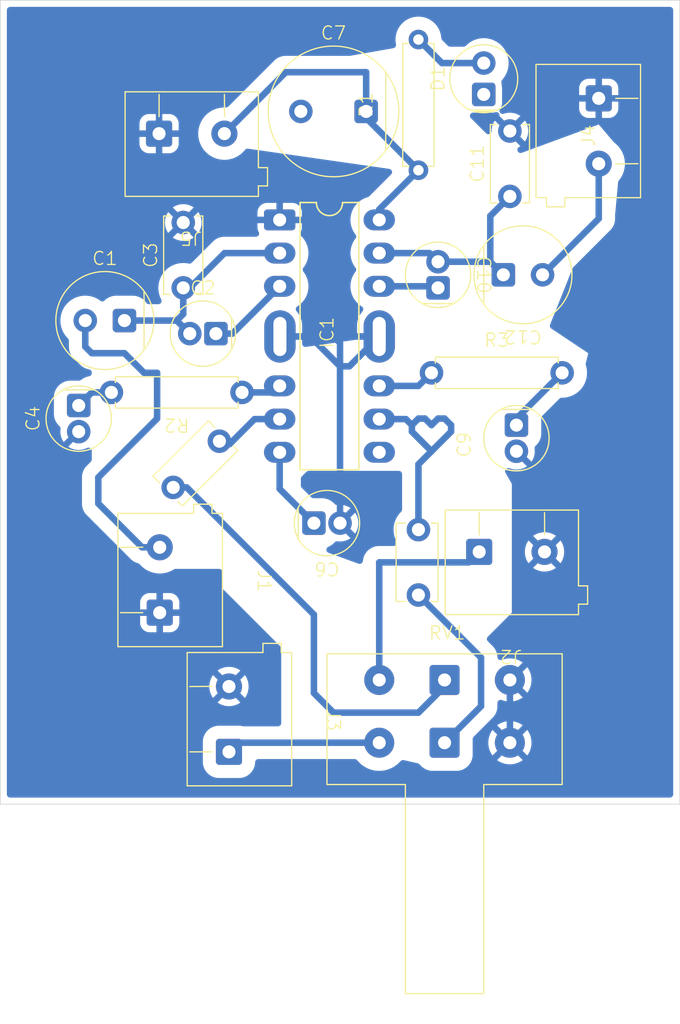
<source format=kicad_pcb>
(kicad_pcb (version 20241229) (generator "pcbnew") (generator_version "9.0")
  (layers (0 "F.Cu" signal) (2 "B.Cu" signal) (13 "F.Paste" user) (15 "B.Paste" user) (5 "F.SilkS" user "F.Silkscreen") (7 "B.SilkS" user "B.Silkscreen") (1 "F.Mask" user) (3 "B.Mask" user) (25 "Edge.Cuts" user))
  (net 0 "")
  (net 1 "Net-(J1-Pin_1)")
  (net 2 "Net-(IC1-2{slash}OUT2)")
  (net 3 "Net-(IC1-3{slash}BS2)")
  (net 4 "GNDREF")
  (net 5 "Net-(C4-Pad1)")
  (net 6 "Net-(C5-Pad1)")
  (net 7 "Net-(IC1-5{slash}IN2)")
  (net 8 "Net-(IC1-6{slash}DC)")
  (net 9 "Net-(IC1-12{slash}VCC)")
  (net 10 "Net-(IC1-8{slash}IN1)")
  (net 11 "Net-(C8-Pad1)")
  (net 12 "Net-(C9-Pad1)")
  (net 13 "Net-(IC1-11{slash}OUT1)")
  (net 14 "Net-(IC1-10{slash}BS1)")
  (net 15 "Net-(J4-Pin_1)")
  (net 16 "Net-(D1-Pad2)")
  (net 17 "Net-(IC1-4{slash}NF2)")
  (net 18 "Net-(IC1-9{slash}NF1)")
  (net 19 "Net-(J2-Pin_2)")
  (net 20 "Net-(J3-Pin_2)")
  (footprint "aavirk:Resistor_220_1_4W" (layer "F.Cu") (at 179.5 65.5 90)
    (property "Reference" "R1" (at 0 -4 90) (layer "F.SilkS") (effects (font (thickness 0.1))))
    (property "Value" "560Ω")
    (fp_line (start 4.7 -1.2) (end 4.699162 -0.746723) (stroke (width 0.1)) (layer "F.SilkS"))
    (fp_line (start -4.7 -1.2) (end 4.7 -1.2) (stroke (width 0.1)) (layer "F.SilkS"))
    (fp_line (start -4.7 -1.2) (end -4.700648 -0.74402) (stroke (width 0.1)) (layer "F.SilkS"))
    (fp_line (start 4.7 1.2) (end 4.696381 0.757502) (stroke (width 0.1)) (layer "F.SilkS"))
    (fp_line (start 4.7 1.2) (end -4.7 1.2) (stroke (width 0.1)) (layer "F.SilkS"))
    (fp_line (start -4.7 1.2) (end -4.700648 0.759221) (stroke (width 0.1)) (layer "F.SilkS"))
    (pad "1" thru_hole circle (at -5 0 270) (size 1.5 1.5) (drill 0.8) (layers "*.Cu" "*.Mask") (net 9 "Net-(IC1-12{slash}VCC)"))
    (pad "2" thru_hole circle (at 5 0 270) (size 1.5 1.5) (drill 0.8) (layers "*.Cu" "*.Mask") (net 16 "Net-(D1-Pad2)"))
  )
  (footprint "aavirk:Capacitor_Poliesterp" (layer "F.Cu") (at 161.5 77 90)
    (property "Reference" "C3" (at 0 -2.5 90) (layer "F.SilkS") (effects (font (thickness 0.1))))
    (property "Value" "150nF")
    (fp_line (start 3 -1.5) (end 3 -1) (stroke (width 0.1)) (layer "F.SilkS"))
    (fp_line (start -3 -1.5) (end 3 -1.5) (stroke (width 0.1)) (layer "F.SilkS"))
    (fp_line (start -3 -1.5) (end -3 -1) (stroke (width 0.1)) (layer "F.SilkS"))
    (fp_line (start 3 1.5) (end 3 1) (stroke (width 0.1)) (layer "F.SilkS"))
    (fp_line (start 3 1.5) (end -3 1.5) (stroke (width 0.1)) (layer "F.SilkS"))
    (fp_line (start -3 1.5) (end -3 1) (stroke (width 0.1)) (layer "F.SilkS"))
    (pad "1" thru_hole circle (at -2.5 0 270) (size 1.8 1.8) (drill 1) (layers "*.Cu" "*.Mask") (net 2 "Net-(IC1-2{slash}OUT2)"))
    (pad "2" thru_hole circle (at 2.5 0 270) (size 1.8 1.8) (drill 1) (layers "*.Cu" "*.Mask") (net 4 "GNDREF"))
  )
  (footprint "aavirk:Led_5mm" (layer "F.Cu") (at 184.5 63.5 90)
    (property "Reference" "D1" (at 0 -3.5 90) (layer "F.SilkS") (effects (font (thickness 0.1))))
    (property "Value" "LED_5mm")
    (fp_line (start -2.4 -0.8) (end -2.5 -0.6) (stroke (width 0.1)) (layer "F.SilkS"))
    (fp_line (start -2.5 -0.6) (end -2.5 0.6) (stroke (width 0.15)) (layer "F.SilkS"))
    (fp_line (start -2.4 0.8) (end -2.5 0.6) (stroke (width 0.1)) (layer "F.SilkS"))
    (fp_line (start -2.4 1) (end -2.4 -1) (stroke (width 0.1)) (layer "F.SilkS"))
    (fp_circle (center 0 0) (end 2.6 0) (stroke (width 0.1)) (fill no) (layer "F.SilkS"))
    (pad "1" thru_hole roundrect (at -1.2 0 270) (size 1.8 1.8) (drill 1) (layers "*.Cu" "*.Mask") (roundrect_rratio 0.15) (net 4 "GNDREF"))
    (pad "2" thru_hole circle (at 1.2 0 270) (size 1.8 1.8) (drill 1) (layers "*.Cu" "*.Mask") (net 16 "Net-(D1-Pad2)"))
  )
  (footprint "aavirk:Conector KRE" (layer "F.Cu") (at 165 112.5 -90)
    (property "Reference" "J3" (at 0.06 -8 270) (layer "F.SilkS") (effects (font (thickness 0.1))))
    (property "Value" "Conn_01x02")
    (fp_line (start -5.1 3.2) (end -5.1 -2.6) (stroke (width 0.1)) (layer "F.SilkS"))
    (fp_line (start 5.1 3.2) (end -5.1 3.2) (stroke (width 0.1)) (layer "F.SilkS"))
    (fp_line (start 2.499858 1.3) (end 2.5 3) (stroke (width 0.1)) (layer "F.SilkS"))
    (fp_line (start -2.511889 1.293843) (end -2.5 3) (stroke (width 0.1)) (layer "F.SilkS"))
    (fp_line (start -5.8 -2.6) (end -5.8 -4) (stroke (width 0.1)) (layer "F.SilkS"))
    (fp_line (start -5.1 -2.6) (end -5.8 -2.6) (stroke (width 0.1)) (layer "F.SilkS"))
    (fp_line (start -5.8 -4) (end -5.1 -4) (stroke (width 0.1)) (layer "F.SilkS"))
    (fp_line (start -5.1 -4) (end -5.1 -4.8) (stroke (width 0.1)) (layer "F.SilkS"))
    (fp_line (start -5.1 -4.8) (end 5.1 -4.8) (stroke (width 0.1)) (layer "F.SilkS"))
    (fp_line (start 5.1 -4.8) (end 5.1 3.2) (stroke (width 0.1)) (layer "F.SilkS"))
    (pad "1" thru_hole circle (at -2.5 0 90) (size 2 2) (drill 1) (layers "*.Cu" "*.Mask") (net 4 "GNDREF"))
    (pad "2" thru_hole roundrect (at 2.5 0 90) (size 2 2) (drill 1) (layers "*.Cu" "*.Mask") (roundrect_rratio 0.125) (net 20 "Net-(J3-Pin_2)"))
  )
  (footprint "aavirk:Conector KRE" (layer "F.Cu") (at 193.3 67.5 90)
    (property "Reference" "J4" (at -0.35 -0.8 90) (layer "F.SilkS") (effects (font (thickness 0.1))))
    (property "Value" "Conn_01x02")
    (fp_line (start 5.1 -4.8) (end 5.1 3.2) (stroke (width 0.1)) (layer "F.SilkS"))
    (fp_line (start -5.1 -4.8) (end 5.1 -4.8) (stroke (width 0.1)) (layer "F.SilkS"))
    (fp_line (start -5.1 -4) (end -5.1 -4.8) (stroke (width 0.1)) (layer "F.SilkS"))
    (fp_line (start -5.8 -4) (end -5.1 -4) (stroke (width 0.1)) (layer "F.SilkS"))
    (fp_line (start -5.1 -2.6) (end -5.8 -2.6) (stroke (width 0.1)) (layer "F.SilkS"))
    (fp_line (start -5.8 -2.6) (end -5.8 -4) (stroke (width 0.1)) (layer "F.SilkS"))
    (fp_line (start -2.511889 1.293843) (end -2.5 3) (stroke (width 0.1)) (layer "F.SilkS"))
    (fp_line (start 2.499858 1.3) (end 2.5 3) (stroke (width 0.1)) (layer "F.SilkS"))
    (fp_line (start 5.1 3.2) (end -5.1 3.2) (stroke (width 0.1)) (layer "F.SilkS"))
    (fp_line (start -5.1 3.2) (end -5.1 -2.6) (stroke (width 0.1)) (layer "F.SilkS"))
    (pad "1" thru_hole circle (at -2.5 0 270) (size 2 2) (drill 1) (layers "*.Cu" "*.Mask") (net 15 "Net-(J4-Pin_1)"))
    (pad "2" thru_hole roundrect (at 2.5 0 270) (size 2 2) (drill 1) (layers "*.Cu" "*.Mask") (roundrect_rratio 0.125) (net 4 "GNDREF"))
  )
  (footprint "aavirk:Conector KRE" (layer "F.Cu") (at 162.15 67.7 180)
    (property "Reference" "J5" (at 0.06 -8 180) (layer "F.SilkS") (effects (font (thickness 0.1))))
    (property "Value" "Conn_01x02")
    (fp_line (start 5.1 3.2) (end -5.1 3.2) (stroke (width 0.1)) (layer "F.SilkS"))
    (fp_line (start 5.1 -4.8) (end 5.1 3.2) (stroke (width 0.1)) (layer "F.SilkS"))
    (fp_line (start 2.499858 1.3) (end 2.5 3) (stroke (width 0.1)) (layer "F.SilkS"))
    (fp_line (start -2.511889 1.293843) (end -2.5 3) (stroke (width 0.1)) (layer "F.SilkS"))
    (fp_line (start -5.1 3.2) (end -5.1 -2.6) (stroke (width 0.1)) (layer "F.SilkS"))
    (fp_line (start -5.1 -2.6) (end -5.8 -2.6) (stroke (width 0.1)) (layer "F.SilkS"))
    (fp_line (start -5.1 -4) (end -5.1 -4.8) (stroke (width 0.1)) (layer "F.SilkS"))
    (fp_line (start -5.1 -4.8) (end 5.1 -4.8) (stroke (width 0.1)) (layer "F.SilkS"))
    (fp_line (start -5.8 -2.6) (end -5.8 -4) (stroke (width 0.1)) (layer "F.SilkS"))
    (fp_line (start -5.8 -4) (end -5.1 -4) (stroke (width 0.1)) (layer "F.SilkS"))
    (pad "1" thru_hole circle (at -2.5 0) (size 2 2) (drill 1) (layers "*.Cu" "*.Mask") (net 9 "Net-(IC1-12{slash}VCC)"))
    (pad "2" thru_hole roundrect (at 2.5 0) (size 2 2) (drill 1) (layers "*.Cu" "*.Mask") (roundrect_rratio 0.125) (net 4 "GNDREF"))
  )
  (footprint "aavirk:Resistor_1_4W" (layer "F.Cu") (at 161 87.5 180)
    (property "Reference" "R2" (at 0 -2.5 180) (layer "F.SilkS") (effects (font (thickness 0.1))))
    (property "Value" "1kΩ")
    (fp_line (start 4.7 1.2) (end 4.696381 0.757502) (stroke (width 0.1)) (layer "F.SilkS"))
    (fp_line (start 4.7 1.2) (end -4.7 1.2) (stroke (width 0.1)) (layer "F.SilkS"))
    (fp_line (start 4.7 -1.2) (end 4.699162 -0.746723) (stroke (width 0.1)) (layer "F.SilkS"))
    (fp_line (start -4.7 1.2) (end -4.700648 0.759221) (stroke (width 0.1)) (layer "F.SilkS"))
    (fp_line (start -4.7 -1.2) (end 4.7 -1.2) (stroke (width 0.1)) (layer "F.SilkS"))
    (fp_line (start -4.7 -1.2) (end -4.700648 -0.74402) (stroke (width 0.1)) (layer "F.SilkS"))
    (pad "1" thru_hole circle (at -5 0) (size 1.8 1.8) (drill 1) (layers "*.Cu" "*.Mask") (net 17 "Net-(IC1-4{slash}NF2)"))
    (pad "2" thru_hole circle (at 5 0) (size 1.8 1.8) (drill 1) (layers "*.Cu" "*.Mask") (net 5 "Net-(C4-Pad1)"))
  )
  (footprint "aavirk:Capacitor_Eletrolítico_7.5mm" (layer "F.Cu") (at 155.5 82)
    (property "Reference" "C1" (at 0 -4.75 0) (layer "F.SilkS") (effects (font (thickness 0.1))))
    (property "Value" "470uF")
    (fp_line (start 3 2.25) (end 3 -2.25) (stroke (width 0.1)) (layer "F.SilkS"))
    (fp_circle (center 0 0) (end 3.75 0) (stroke (width 0.1)) (fill no) (layer "F.SilkS"))
    (pad "1" thru_hole roundrect (at 1.5 0 180) (size 1.8 1.8) (drill 1) (layers "*.Cu" "*.Mask") (roundrect_rratio 0.15625) (net 2 "Net-(IC1-2{slash}OUT2)"))
    (pad "2" thru_hole circle (at -1.5 0 180) (size 1.8 1.8) (drill 1) (layers "*.Cu" "*.Mask") (net 1 "Net-(J1-Pin_1)"))
  )
  (footprint "aavirk:Capacitor_Eletrolítico_5mm" (layer "F.Cu") (at 163 83)
    (property "Reference" "C2" (at 0 -3.5 0) (layer "F.SilkS") (effects (font (thickness 0.1))))
    (property "Value" "100uF")
    (fp_line (start 2.2 1.2) (end 2.2 -1.2) (stroke (width 0.1)) (layer "F.SilkS"))
    (fp_circle (center 0 0) (end 2.501999 0) (stroke (width 0.1)) (fill no) (layer "F.SilkS"))
    (pad "1" thru_hole roundrect (at 1 0 180) (size 1.8 1.8) (drill 1) (layers "*.Cu" "*.Mask") (roundrect_rratio 0.15625) (net 3 "Net-(IC1-3{slash}BS2)"))
    (pad "2" thru_hole circle (at -1 0 180) (size 1.8 1.8) (drill 1) (layers "*.Cu" "*.Mask") (net 2 "Net-(IC1-2{slash}OUT2)"))
  )
  (footprint "aavirk:Capacitor_Poliesterg" (layer "F.Cu") (at 162.5 93 45)
    (property "Reference" "C5" (hide yes))
    (property "Value" "470nF" (hide yes))
    (fp_line (start -2.989844 -1.705369) (end -3 -1) (stroke (width 0.1)) (layer "F.SilkS"))
    (fp_line (start -2.989844 -1.705369) (end 3.010156 -1.705369) (stroke (width 0.1)) (layer "F.SilkS"))
    (fp_line (start -3 1.5) (end -3 1) (stroke (width 0.1)) (layer "F.SilkS"))
    (fp_line (start 3.010156 -1.705369) (end 3 -1) (stroke (width 0.1)) (layer "F.SilkS"))
    (fp_line (start 3 1.5) (end -3 1.5) (stroke (width 0.1)) (layer "F.SilkS"))
    (fp_line (start 3 1.5) (end 3 1) (stroke (width 0.1)) (layer "F.SilkS"))
    (pad "1" thru_hole circle (at -2.5 0 225) (size 1.8 1.8) (drill 1) (layers "*.Cu" "*.Mask") (net 6 "Net-(C5-Pad1)"))
    (pad "2" thru_hole circle (at 2.5 0 225) (size 1.8 1.8) (drill 1) (layers "*.Cu" "*.Mask") (net 7 "Net-(IC1-5{slash}IN2)"))
  )
  (footprint "aavirk:Potenciometro_dual" (layer "F.Cu") (at 181.5 112.5)
    (property "Reference" "RV1" (at 0.2 -6.6 0) (layer "F.SilkS") (effects (font (thickness 0.1))))
    (property "Value" "10kΩ")
    (fp_line (start -9 -5) (end -9 5) (stroke (width 0.1)) (layer "F.SilkS"))
    (fp_line (start -9 5) (end -3 5) (stroke (width 0.1)) (layer "F.SilkS"))
    (fp_line (start -3 5) (end -3 21) (stroke (width 0.1)) (layer "F.SilkS"))
    (fp_line (start -3 21) (end 3 21) (stroke (width 0.1)) (layer "F.SilkS"))
    (fp_line (start 3 5) (end 9 5) (stroke (width 0.1)) (layer "F.SilkS"))
    (fp_line (start 3 21) (end 3 5) (stroke (width 0.1)) (layer "F.SilkS"))
    (fp_line (start 9 -5) (end -9 -5) (stroke (width 0.1)) (layer "F.SilkS"))
    (fp_line (start 9 5) (end 9 -5) (stroke (width 0.1)) (layer "F.SilkS"))
    (pad "1" thru_hole circle (at -5 1.8 180) (size 2.3 2.3) (drill 1) (layers "*.Cu" "*.Mask") (net 20 "Net-(J3-Pin_2)"))
    (pad "2" thru_hole roundrect (at 0 1.8 180) (size 2.3 2.3) (drill 1) (layers "*.Cu" "*.Mask") (roundrect_rratio 0.1086956522) (net 11 "Net-(C8-Pad1)"))
    (pad "3" thru_hole circle (at 5 1.8 180) (size 2.3 2.3) (drill 1) (layers "*.Cu" "*.Mask") (net 4 "GNDREF"))
    (pad "4" thru_hole circle (at -5 -3 180) (size 2.3 2.3) (drill 1) (layers "*.Cu" "*.Mask") (net 19 "Net-(J2-Pin_2)"))
    (pad "5" thru_hole roundrect (at 0 -3 180) (size 2.3 2.3) (drill 1) (layers "*.Cu" "*.Mask") (roundrect_rratio 0.1086956522) (net 6 "Net-(C5-Pad1)"))
    (pad "6" thru_hole circle (at 5 -3 180) (size 2.3 2.3) (drill 1) (layers "*.Cu" "*.Mask") (net 4 "GNDREF"))
  )
  (footprint "aavirk:Conector KRE" (layer "F.Cu") (at 186.65 99.7 180)
    (property "Reference" "J2" (at 0.06 -8 180) (layer "F.SilkS") (effects (font (thickness 0.1))))
    (property "Value" "Conn_01x02")
    (fp_line (start 5.1 3.2) (end -5.1 3.2) (stroke (width 0.1)) (layer "F.SilkS"))
    (fp_line (start 5.1 -4.8) (end 5.1 3.2) (stroke (width 0.1)) (layer "F.SilkS"))
    (fp_line (start 2.499858 1.3) (end 2.5 3) (stroke (width 0.1)) (layer "F.SilkS"))
    (fp_line (start -2.511889 1.293843) (end -2.5 3) (stroke (width 0.1)) (layer "F.SilkS"))
    (fp_line (start -5.1 3.2) (end -5.1 -2.6) (stroke (width 0.1)) (layer "F.SilkS"))
    (fp_line (start -5.1 -2.6) (end -5.8 -2.6) (stroke (width 0.1)) (layer "F.SilkS"))
    (fp_line (start -5.1 -4) (end -5.1 -4.8) (stroke (width 0.1)) (layer "F.SilkS"))
    (fp_line (start -5.1 -4.8) (end 5.1 -4.8) (stroke (width 0.1)) (layer "F.SilkS"))
    (fp_line (start -5.8 -2.6) (end -5.8 -4) (stroke (width 0.1)) (layer "F.SilkS"))
    (fp_line (start -5.8 -4) (end -5.1 -4) (stroke (width 0.1)) (layer "F.SilkS"))
    (pad "1" thru_hole circle (at -2.5 0) (size 2 2) (drill 1) (layers "*.Cu" "*.Mask") (net 4 "GNDREF"))
    (pad "2" thru_hole roundrect (at 2.5 0) (size 2 2) (drill 1) (layers "*.Cu" "*.Mask") (roundrect_rratio 0.125) (net 19 "Net-(J2-Pin_2)"))
  )
  (footprint "aavirk:Capacitor_Eletrolítico_5mm" (layer "F.Cu") (at 172.5 97.5 180)
    (property "Reference" "C6" (at 0 -3.5 180) (layer "F.SilkS") (effects (font (thickness 0.1))))
    (property "Value" "100uF")
    (fp_line (start 2.2 1.2) (end 2.2 -1.2) (stroke (width 0.1)) (layer "F.SilkS"))
    (fp_circle (center 0 0) (end 2.501999 0) (stroke (width 0.1)) (fill no) (layer "F.SilkS"))
    (pad "1" thru_hole roundrect (at 1 0) (size 1.8 1.8) (drill 1) (layers "*.Cu" "*.Mask") (roundrect_rratio 0.15625) (net 8 "Net-(IC1-6{slash}DC)"))
    (pad "2" thru_hole circle (at -1 0) (size 1.8 1.8) (drill 1) (layers "*.Cu" "*.Mask") (net 4 "GNDREF"))
  )
  (footprint "aavirk:Resistor_1_4W" (layer "F.Cu") (at 185.5 86)
    (property "Reference" "R3" (at 0 -2.5 0) (layer "F.SilkS") (effects (font (thickness 0.1))))
    (property "Value" "1kΩ")
    (fp_line (start -4.7 -1.2) (end -4.700648 -0.74402) (stroke (width 0.1)) (layer "F.SilkS"))
    (fp_line (start -4.7 -1.2) (end 4.7 -1.2) (stroke (width 0.1)) (layer "F.SilkS"))
    (fp_line (start -4.7 1.2) (end -4.700648 0.759221) (stroke (width 0.1)) (layer "F.SilkS"))
    (fp_line (start 4.7 -1.2) (end 4.699162 -0.746723) (stroke (width 0.1)) (layer "F.SilkS"))
    (fp_line (start 4.7 1.2) (end -4.7 1.2) (stroke (width 0.1)) (layer "F.SilkS"))
    (fp_line (start 4.7 1.2) (end 4.696381 0.757502) (stroke (width 0.1)) (layer "F.SilkS"))
    (pad "1" thru_hole circle (at -5 0 180) (size 1.8 1.8) (drill 1) (layers "*.Cu" "*.Mask") (net 18 "Net-(IC1-9{slash}NF1)"))
    (pad "2" thru_hole circle (at 5 0 180) (size 1.8 1.8) (drill 1) (layers "*.Cu" "*.Mask") (net 12 "Net-(C9-Pad1)"))
  )
  (footprint "aavirk:Capacitor_Poliesterg" (layer "F.Cu") (at 179.5 100.5 90)
    (property "Reference" "C8" (hide yes))
    (property "Value" "470uF" (hide yes))
    (fp_line (start 3.010156 -1.705369) (end 3 -1) (stroke (width 0.1)) (layer "F.SilkS"))
    (fp_line (start -2.989844 -1.705369) (end 3.010156 -1.705369) (stroke (width 0.1)) (layer "F.SilkS"))
    (fp_line (start -2.989844 -1.705369) (end -3 -1) (stroke (width 0.1)) (layer "F.SilkS"))
    (fp_line (start 3 1.5) (end 3 1) (stroke (width 0.1)) (layer "F.SilkS"))
    (fp_line (start 3 1.5) (end -3 1.5) (stroke (width 0.1)) (layer "F.SilkS"))
    (fp_line (start -3 1.5) (end -3 1) (stroke (width 0.1)) (layer "F.SilkS"))
    (pad "1" thru_hole circle (at -2.5 0 270) (size 1.8 1.8) (drill 1) (layers "*.Cu" "*.Mask") (net 11 "Net-(C8-Pad1)"))
    (pad "2" thru_hole circle (at 2.5 0 270) (size 1.8 1.8) (drill 1) (layers "*.Cu" "*.Mask") (net 10 "Net-(IC1-8{slash}IN1)"))
  )
  (footprint "aavirk:Capacitor_Eletrolítico_5mm" (layer "F.Cu") (at 187 91 90)
    (property "Reference" "C9" (at -0.5 -4 90) (layer "F.SilkS") (effects (font (thickness 0.1))))
    (property "Value" "100uF")
    (fp_line (start 2.2 1.2) (end 2.2 -1.2) (stroke (width 0.1)) (layer "F.SilkS"))
    (fp_circle (center 0 0) (end 2.501999 0) (stroke (width 0.1)) (fill no) (layer "F.SilkS"))
    (pad "1" thru_hole roundrect (at 1 0 270) (size 1.8 1.8) (drill 1) (layers "*.Cu" "*.Mask") (roundrect_rratio 0.15625) (net 12 "Net-(C9-Pad1)"))
    (pad "2" thru_hole circle (at -1 0 270) (size 1.8 1.8) (drill 1) (layers "*.Cu" "*.Mask") (net 4 "GNDREF"))
  )
  (footprint "aavirk:Capacitor_Eletrolítico_5mm" (layer "F.Cu") (at 153.5 89.5 90)
    (property "Reference" "C4" (at 0 -3.5 90) (layer "F.SilkS") (effects (font (thickness 0.1))))
    (property "Value" "100uF")
    (fp_line (start 2.2 1.2) (end 2.2 -1.2) (stroke (width 0.1)) (layer "F.SilkS"))
    (fp_circle (center 0 0) (end 2.501999 0) (stroke (width 0.1)) (fill no) (layer "F.SilkS"))
    (pad "1" thru_hole roundrect (at 1 0 270) (size 1.8 1.8) (drill 1) (layers "*.Cu" "*.Mask") (roundrect_rratio 0.15625) (net 5 "Net-(C4-Pad1)"))
    (pad "2" thru_hole circle (at -1 0 270) (size 1.8 1.8) (drill 1) (layers "*.Cu" "*.Mask") (net 4 "GNDREF"))
  )
  (footprint "aavirk:Capacitor_Eletrolítico_7.5mm" (layer "F.Cu") (at 187.5 78.5 180)
    (property "Reference" "C12" (at 0 -4.75 180) (layer "F.SilkS") (effects (font (thickness 0.1))))
    (property "Value" "470uF")
    (fp_line (start 3 2.25) (end 3 -2.25) (stroke (width 0.1)) (layer "F.SilkS"))
    (fp_circle (center 0 0) (end 3.75 0) (stroke (width 0.1)) (fill no) (layer "F.SilkS"))
    (pad "1" thru_hole roundrect (at 1.5 0) (size 1.8 1.8) (drill 1) (layers "*.Cu" "*.Mask") (roundrect_rratio 0.15625) (net 13 "Net-(IC1-11{slash}OUT1)"))
    (pad "2" thru_hole circle (at -1.5 0) (size 1.8 1.8) (drill 1) (layers "*.Cu" "*.Mask") (net 15 "Net-(J4-Pin_1)"))
  )
  (footprint "aavirk:Circuito integrado" (layer "F.Cu") (at 172.5 82.92)
    (property "Reference" "IC1" (at 0 0 90) (layer "F.SilkS") (effects (font (thickness 0.1))))
    (property "Value" "LA4182")
    (fp_line (start -2.06 -9.95) (end -2.06 10.49) (stroke (width 0.12)) (layer "F.SilkS"))
    (fp_line (start -2.06 10.49) (end 2.44 10.49) (stroke (width 0.12)) (layer "F.SilkS"))
    (fp_line (start -0.81 -9.95) (end -2.06 -9.95) (stroke (width 0.12)) (layer "F.SilkS"))
    (fp_line (start 2.44 -9.95) (end 1.19 -9.95) (stroke (width 0.12)) (layer "F.SilkS"))
    (fp_line (start 2.44 10.49) (end 2.44 -9.95) (stroke (width 0.12)) (layer "F.SilkS"))
    (fp_arc (start 1.19 -9.95) (mid 0.19 -8.95) (end -0.81 -9.95) (stroke (width 0.12)) (layer "F.SilkS"))
    (pad "1" thru_hole roundrect (at -3.62 -8.62) (size 2.4 1.6) (drill 1) (layers "*.Cu" "*.Mask") (roundrect_rratio 0.15625) (net 4 "GNDREF"))
    (pad "2" thru_hole oval (at -3.62 -6.08) (size 2.4 1.6) (drill 1) (layers "*.Cu" "*.Mask") (net 2 "Net-(IC1-2{slash}OUT2)"))
    (pad "3" thru_hole oval (at -3.62 -3.54) (size 2.4 1.6) (drill 1) (layers "*.Cu" "*.Mask") (net 3 "Net-(IC1-3{slash}BS2)"))
    (pad "4" thru_hole oval (at -3.62 4.08) (size 2.4 1.6) (drill 1) (layers "*.Cu" "*.Mask") (net 17 "Net-(IC1-4{slash}NF2)"))
    (pad "5" thru_hole oval (at -3.62 6.62) (size 2.4 1.6) (drill 1) (layers "*.Cu" "*.Mask") (net 7 "Net-(IC1-5{slash}IN2)"))
    (pad "6" thru_hole oval (at -3.62 9.16) (size 2.4 1.6) (drill 1) (layers "*.Cu" "*.Mask") (net 8 "Net-(IC1-6{slash}DC)"))
    (pad "7" thru_hole oval (at 4 9.16) (size 2.4 1.6) (drill 1) (layers "*.Cu" "*.Mask") (net 4 "GNDREF"))
    (pad "8" thru_hole oval (at 4 6.62) (size 2.4 1.6) (drill 1) (layers "*.Cu" "*.Mask") (net 10 "Net-(IC1-8{slash}IN1)"))
    (pad "9" thru_hole oval (at 4 4.08) (size 2.4 1.6) (drill 1) (layers "*.Cu" "*.Mask") (net 18 "Net-(IC1-9{slash}NF1)"))
    (pad "10" thru_hole oval (at 4 -3.54) (size 2.4 1.6) (drill 1) (layers "*.Cu" "*.Mask") (net 14 "Net-(IC1-10{slash}BS1)"))
    (pad "11" thru_hole oval (at 4 -6.08) (size 2.4 1.6) (drill 1) (layers "*.Cu" "*.Mask") (net 13 "Net-(IC1-11{slash}OUT1)"))
    (pad "12" thru_hole oval (at 4 -8.62) (size 2.4 1.6) (drill 1) (layers "*.Cu" "*.Mask") (net 9 "Net-(IC1-12{slash}VCC)"))
    (pad "P$1" thru_hole oval (at -3.6 0.3) (size 2.4 4) (drill oval 1 3) (layers "*.Cu" "*.Mask") (net 4 "GNDREF"))
    (pad "P$4" thru_hole oval (at 4 0.3) (size 2.4 4) (drill oval 1 3) (layers "*.Cu" "*.Mask") (net 4 "GNDREF"))
  )
  (footprint "aavirk:Capacitor_Eletrolítico_10mm" (layer "F.Cu") (at 173 66)
    (property "Reference" "C7" (at 0 -6 0) (layer "F.SilkS") (effects (font (thickness 0.1))))
    (property "Value" "1000uF")
    (fp_line (start 4 3) (end 4 -3) (stroke (width 0.1)) (layer "F.SilkS"))
    (fp_circle (center 0 0) (end 5 0) (stroke (width 0.1)) (fill no) (layer "F.SilkS"))
    (pad "1" thru_hole roundrect (at 2.5 0 180) (size 1.8 1.8) (drill 1) (layers "*.Cu" "*.Mask") (roundrect_rratio 0.15625) (net 9 "Net-(IC1-12{slash}VCC)"))
    (pad "2" thru_hole circle (at -2.5 0 180) (size 1.8 1.8) (drill 1) (layers "*.Cu" "*.Mask") (net 4 "GNDREF"))
  )
  (footprint "aavirk:Conector KRE" (layer "F.Cu") (at 159.7 101.85 -90)
    (property "Reference" "J1" (at 0.06 -8 270) (layer "F.SilkS") (effects (font (thickness 0.1))))
    (property "Value" "Conn_01x02")
    (fp_line (start -5.1 3.2) (end -5.1 -2.6) (stroke (width 0.1)) (layer "F.SilkS"))
    (fp_line (start 5.1 3.2) (end -5.1 3.2) (stroke (width 0.1)) (layer "F.SilkS"))
    (fp_line (start 2.499858 1.3) (end 2.5 3) (stroke (width 0.1)) (layer "F.SilkS"))
    (fp_line (start -2.511889 1.293843) (end -2.5 3) (stroke (width 0.1)) (layer "F.SilkS"))
    (fp_line (start -5.8 -2.6) (end -5.8 -4) (stroke (width 0.1)) (layer "F.SilkS"))
    (fp_line (start -5.1 -2.6) (end -5.8 -2.6) (stroke (width 0.1)) (layer "F.SilkS"))
    (fp_line (start -5.8 -4) (end -5.1 -4) (stroke (width 0.1)) (layer "F.SilkS"))
    (fp_line (start -5.1 -4) (end -5.1 -4.8) (stroke (width 0.1)) (layer "F.SilkS"))
    (fp_line (start -5.1 -4.8) (end 5.1 -4.8) (stroke (width 0.1)) (layer "F.SilkS"))
    (fp_line (start 5.1 -4.8) (end 5.1 3.2) (stroke (width 0.1)) (layer "F.SilkS"))
    (pad "1" thru_hole circle (at -2.5 0 90) (size 2 2) (drill 1) (layers "*.Cu" "*.Mask") (net 1 "Net-(J1-Pin_1)"))
    (pad "2" thru_hole roundrect (at 2.5 0 90) (size 2 2) (drill 1) (layers "*.Cu" "*.Mask") (roundrect_rratio 0.125) (net 4 "GNDREF"))
  )
  (footprint "aavirk:Capacitor_Poliesterp" (layer "F.Cu") (at 186.5 70 90)
    (property "Reference" "C11" (at 0 -2.5 90) (layer "F.SilkS") (effects (font (thickness 0.1))))
    (property "Value" "150nF")
    (fp_line (start 3 -1.5) (end 3 -1) (stroke (width 0.1)) (layer "F.SilkS"))
    (fp_line (start -3 -1.5) (end 3 -1.5) (stroke (width 0.1)) (layer "F.SilkS"))
    (fp_line (start -3 -1.5) (end -3 -1) (stroke (width 0.1)) (layer "F.SilkS"))
    (fp_line (start 3 1.5) (end 3 1) (stroke (width 0.1)) (layer "F.SilkS"))
    (fp_line (start 3 1.5) (end -3 1.5) (stroke (width 0.1)) (layer "F.SilkS"))
    (fp_line (start -3 1.5) (end -3 1) (stroke (width 0.1)) (layer "F.SilkS"))
    (pad "1" thru_hole circle (at -2.5 0 270) (size 1.8 1.8) (drill 1) (layers "*.Cu" "*.Mask") (net 13 "Net-(IC1-11{slash}OUT1)"))
    (pad "2" thru_hole circle (at 2.5 0 270) (size 1.8 1.8) (drill 1) (layers "*.Cu" "*.Mask") (net 4 "GNDREF"))
  )
  (footprint "aavirk:Capacitor_Eletrolítico_5mm" (layer "F.Cu") (at 181 78.5 -90)
    (property "Reference" "C10" (at 0 -3.5 270) (layer "F.SilkS") (effects (font (thickness 0.1))))
    (property "Value" "100uF")
    (fp_line (start 2.2 1.2) (end 2.2 -1.2) (stroke (width 0.1)) (layer "F.SilkS"))
    (fp_circle (center 0 0) (end 2.501999 0) (stroke (width 0.1)) (fill no) (layer "F.SilkS"))
    (pad "1" thru_hole roundrect (at 1 0 90) (size 1.8 1.8) (drill 1) (layers "*.Cu" "*.Mask") (roundrect_rratio 0.15625) (net 14 "Net-(IC1-10{slash}BS1)"))
    (pad "2" thru_hole circle (at -1 0 90) (size 1.8 1.8) (drill 1) (layers "*.Cu" "*.Mask") (net 13 "Net-(IC1-11{slash}OUT1)"))
  )
  (gr_line (start 147.5 57.5) (end 199.5 57.5) (stroke (width 0.05)) (layer "Edge.Cuts"))
  (gr_line (start 199.5 72) (end 199.5 119) (stroke (width 0.05)) (layer "Edge.Cuts"))
  (gr_line (start 147.5 119) (end 147.5 57.5) (stroke (width 0.05)) (layer "Edge.Cuts"))
  (gr_line (start 199.5 57.5) (end 199.5 72) (stroke (width 0.05)) (layer "Edge.Cuts"))
  (gr_line (start 199.5 119) (end 147.5 119) (stroke (width 0.05)) (layer "Edge.Cuts"))
  (segment (start 159.5 86) (end 158.5 86) (width 0.5) (layer "B.Cu") (net 1))
  (segment (start 158.35 99.35) (end 155 96) (width 0.5) (layer "B.Cu") (net 1))
  (segment (start 159.7 99.35) (end 158.35 99.35) (width 0.5) (layer "B.Cu") (net 1))
  (segment (start 159.5 89.5) (end 159.5 86) (width 0.5) (layer "B.Cu") (net 1))
  (segment (start 155 94) (end 159.5 89.5) (width 0.5) (layer "B.Cu") (net 1))
  (segment (start 154 84) (end 154 82) (width 0.5) (layer "B.Cu") (net 1))
  (segment (start 158.5 86) (end 157 84.5) (width 0.5) (layer "B.Cu") (net 1))
  (segment (start 155 96) (end 155 94) (width 0.5) (layer "B.Cu") (net 1))
  (segment (start 157 84.5) (end 154.5 84.5) (width 0.5) (layer "B.Cu") (net 1))
  (segment (start 154.5 84.5) (end 154 84) (width 0.5) (layer "B.Cu") (net 1))
  (segment (start 164.66 76.84) (end 168.88 76.84) (width 0.5) (layer "B.Cu") (net 2))
  (segment (start 161.5 79.5) (end 161.5 81.5) (width 0.5) (layer "B.Cu") (net 2))
  (segment (start 161.5 79.5) (end 162 79.5) (width 0.5) (layer "B.Cu") (net 2))
  (segment (start 161 82) (end 162 83) (width 0.5) (layer "B.Cu") (net 2))
  (segment (start 157 82) (end 161 82) (width 0.5) (layer "B.Cu") (net 2))
  (segment (start 162 79.5) (end 164.66 76.84) (width 0.5) (layer "B.Cu") (net 2))
  (segment (start 161.5 81.5) (end 161 82) (width 0.5) (layer "B.Cu") (net 2))
  (segment (start 165.26 83) (end 168.88 79.38) (width 0.5) (layer "B.Cu") (net 3))
  (segment (start 164 83) (end 165.26 83) (width 0.5) (layer "B.Cu") (net 3))
  (segment (start 168.9 83.22) (end 176.5 83.22) (width 0.5) (layer "B.Cu") (net 4))
  (segment (start 173.5 85.5) (end 173.5 97.5) (width 0.5) (layer "B.Cu") (net 4))
  (segment (start 173 83.22) (end 176.5 83.22) (width 0.5) (layer "B.Cu") (net 4))
  (segment (start 174.22 85.5) (end 176.5 83.22) (width 0.5) (layer "B.Cu") (net 4))
  (segment (start 173.5 85.5) (end 174.22 85.5) (width 0.5) (layer "B.Cu") (net 4))
  (segment (start 173 83.22) (end 173.5 83.72) (width 0.5) (layer "B.Cu") (net 4))
  (segment (start 173.5 83.72) (end 173.5 85.5) (width 0.5) (layer "B.Cu") (net 4))
  (segment (start 173.5 85.5) (end 171.22 83.22) (width 0.5) (layer "B.Cu") (net 4))
  (segment (start 171.22 83.22) (end 168.9 83.22) (width 0.5) (layer "B.Cu") (net 4))
  (segment (start 168.9 83.22) (end 173 83.22) (width 0.5) (layer "B.Cu") (net 4))
  (segment (start 186.5 109.5) (end 186.5 114.3) (width 0.5) (layer "B.Cu") (net 4))
  (segment (start 156 87.5) (end 154.5 87.5) (width 0.5) (layer "B.Cu") (net 5))
  (segment (start 154.5 87.5) (end 153.5 88.5) (width 0.5) (layer "B.Cu") (net 5))
  (segment (start 179.5 112) (end 173 112) (width 0.5) (layer "B.Cu") (net 6))
  (segment (start 171.5 104.5) (end 161.767767 94.767767) (width 0.5) (layer "B.Cu") (net 6))
  (segment (start 171.5 110.5) (end 171.5 104.5) (width 0.5) (layer "B.Cu") (net 6))
  (segment (start 161.767767 94.767767) (end 160.732233 94.767767) (width 0.5) (layer "B.Cu") (net 6))
  (segment (start 181.5 109.5) (end 181.5 110) (width 0.5) (layer "B.Cu") (net 6))
  (segment (start 181.5 110) (end 179.5 112) (width 0.5) (layer "B.Cu") (net 6))
  (segment (start 173 112) (end 171.5 110.5) (width 0.5) (layer "B.Cu") (net 6))
  (segment (start 168.88 89.54) (end 166.96 89.54) (width 0.5) (layer "B.Cu") (net 7))
  (segment (start 165.035534 91.464466) (end 164.5 91.464466) (width 0.5) (layer "B.Cu") (net 7))
  (segment (start 164.5 91.464466) (end 164.267767 91.232233) (width 0.5) (layer "B.Cu") (net 7))
  (segment (start 166.96 89.54) (end 165.035534 91.464466) (width 0.5) (layer "B.Cu") (net 7))
  (segment (start 168.88 92.08) (end 168.88 94.88) (width 0.5) (layer "B.Cu") (net 8))
  (segment (start 168.88 94.88) (end 171.5 97.5) (width 0.5) (layer "B.Cu") (net 8))
  (segment (start 176.5 74.3) (end 176.5 73.5) (width 0.5) (layer "B.Cu") (net 9))
  (segment (start 175.5 66) (end 175.5 66.5) (width 0.5) (layer "B.Cu") (net 9))
  (segment (start 175.5 63) (end 175.5 66) (width 0.5) (layer "B.Cu") (net 9))
  (segment (start 176.5 73.5) (end 179.5 70.5) (width 0.5) (layer "B.Cu") (net 9))
  (segment (start 169.35 63) (end 175.5 63) (width 0.5) (layer "B.Cu") (net 9))
  (segment (start 164.65 67.7) (end 169.35 63) (width 0.5) (layer "B.Cu") (net 9))
  (segment (start 175.5 66.5) (end 179.5 70.5) (width 0.5) (layer "B.Cu") (net 9))
  (segment (start 182 90) (end 182 90.5) (width 0.5) (layer "B.Cu") (net 10))
  (segment (start 180.5 90) (end 181 89.5) (width 0.5) (layer "B.Cu") (net 10))
  (segment (start 179 90.5) (end 179 90) (width 0.5) (layer "B.Cu") (net 10))
  (segment (start 179 90) (end 179.5 89.5) (width 0.5) (layer "B.Cu") (net 10))
  (segment (start 179.5 93) (end 179.5 98) (width 0.5) (layer "B.Cu") (net 10))
  (segment (start 179.5 89.5) (end 180 89.5) (width 0.5) (layer "B.Cu") (net 10))
  (segment (start 181 89.5) (end 181.5 89.5) (width 0.5) (layer "B.Cu") (net 10))
  (segment (start 180.5 92) (end 179 90.5) (width 0.5) (layer "B.Cu") (net 10))
  (segment (start 178.54 89.54) (end 179 90) (width 0.5) (layer "B.Cu") (net 10))
  (segment (start 180 89.5) (end 180.5 90) (width 0.5) (layer "B.Cu") (net 10))
  (segment (start 181.5 89.5) (end 182 90) (width 0.5) (layer "B.Cu") (net 10))
  (segment (start 176.5 89.54) (end 178.54 89.54) (width 0.5) (layer "B.Cu") (net 10))
  (segment (start 180.5 92) (end 179.5 93) (width 0.5) (layer "B.Cu") (net 10))
  (segment (start 182 90.5) (end 180.5 92) (width 0.5) (layer "B.Cu") (net 10))
  (segment (start 184.292665 107.792665) (end 184.292665 111.507335) (width 0.5) (layer "B.Cu") (net 11))
  (segment (start 179.5 103) (end 184.292665 107.792665) (width 0.5) (layer "B.Cu") (net 11))
  (segment (start 184.292665 111.507335) (end 181.5 114.3) (width 0.5) (layer "B.Cu") (net 11))
  (segment (start 190.5 86) (end 187 89.5) (width 0.5) (layer "B.Cu") (net 12))
  (segment (start 187 89.5) (end 187 90) (width 0.5) (layer "B.Cu") (net 12))
  (segment (start 185 77.5) (end 181 77.5) (width 0.5) (layer "B.Cu") (net 13))
  (segment (start 185 77.5) (end 185 74) (width 0.5) (layer "B.Cu") (net 13))
  (segment (start 180.34 76.84) (end 181 77.5) (width 0.5) (layer "B.Cu") (net 13))
  (segment (start 176.5 76.84) (end 180.34 76.84) (width 0.5) (layer "B.Cu") (net 13))
  (segment (start 186 78.5) (end 185 77.5) (width 0.5) (layer "B.Cu") (net 13))
  (segment (start 185 74) (end 186.5 72.5) (width 0.5) (layer "B.Cu") (net 13))
  (segment (start 180.88 79.38) (end 181 79.5) (width 0.5) (layer "B.Cu") (net 14))
  (segment (start 176.5 79.38) (end 180.88 79.38) (width 0.5) (layer "B.Cu") (net 14))
  (segment (start 193.3 74.2) (end 193.3 70) (width 0.5) (layer "B.Cu") (net 15))
  (segment (start 189 78.5) (end 193.3 74.2) (width 0.5) (layer "B.Cu") (net 15))
  (segment (start 184.5 62.3) (end 181.3 62.3) (width 0.5) (layer "B.Cu") (net 16))
  (segment (start 181.3 62.3) (end 179.5 60.5) (width 0.5) (layer "B.Cu") (net 16))
  (segment (start 166 87.5) (end 168.38 87.5) (width 0.5) (layer "B.Cu") (net 17))
  (segment (start 168.38 87.5) (end 168.88 87) (width 0.5) (layer "B.Cu") (net 17))
  (segment (start 179.5 87) (end 176.5 87) (width 0.5) (layer "B.Cu") (net 18))
  (segment (start 180.5 86) (end 179.5 87) (width 0.5) (layer "B.Cu") (net 18))
  (segment (start 176.5 100.5) (end 183.35 100.5) (width 0.5) (layer "B.Cu") (net 19))
  (segment (start 183.35 100.5) (end 184.15 99.7) (width 0.5) (layer "B.Cu") (net 19))
  (segment (start 176.5 109.5) (end 176.5 100.5) (width 0.5) (layer "B.Cu") (net 19))
  (segment (start 176.5 114.3) (end 165.7 114.3) (width 0.5) (layer "B.Cu") (net 20))
  (segment (start 165.7 114.3) (end 165 115) (width 0.5) (layer "B.Cu") (net 20))
  (zone (net 0) (net_name "") (layers "F.Cu" "B.Cu") (name "aaaaa") (connect_pads (clearance 0)) (min_thickness 0.5)
    (keepout (tracks allowed) (vias allowed) (pads allowed) (copperpour not_allowed) (footprints allowed))
    (fill (thermal_gap 0.5) (thermal_bridge_width 0.5) (island_removal_mode 1) (island_area_min 10))
    (polygon (pts (xy 164.5 102.5) (xy 169 107) (xy 169 113.5) (xy 180 116) (xy 182.5 105.5) (xy 176 101) (xy 170.5 99) (xy 170.5 94) (xy 171 93.5) (xy 178.5 93.5) (xy 178.5 100.5) (xy 184.5 106.5) (xy 186.65 104.35) (xy 186.65 94.5) (xy 185.5 92.5) (xy 186 91.403846) (xy 185.5 88.5) (xy 189 88.5) (xy 192 86.5) (xy 192.5 84.5) (xy 189.5 82.5) (xy 191.5 77.5) (xy 194.5 74.5) (xy 195 69) (xy 193.3 67) (xy 186.5 69.5) (xy 183 66) (xy 183.5 63) (xy 178.5 61) (xy 170 62.5) (xy 164 68.5) (xy 178 70.5) (xy 178 83) (xy 167.5 84.5) (xy 168 77) (xy 165 76) (xy 160 82) (xy 158 82) (xy 154.5 85.5) (xy 154.5 95.5) (xy 154 96) (xy 159 101) (xy 164.5 101)))
  )
  (zone (net 4) (net_name "GNDREF") (layer "B.Cu") (name "aaaaa") (connect_pads (clearance 1)) (min_thickness 0.5) (fill yes (thermal_gap 0.5) (thermal_bridge_width 0.5) (island_removal_mode 1) (island_area_min 10))
    (polygon (pts (xy 199.5 119) (xy 199.5 57.5) (xy 147.5 57.5) (xy 147.5 119)))
  )
)
</source>
